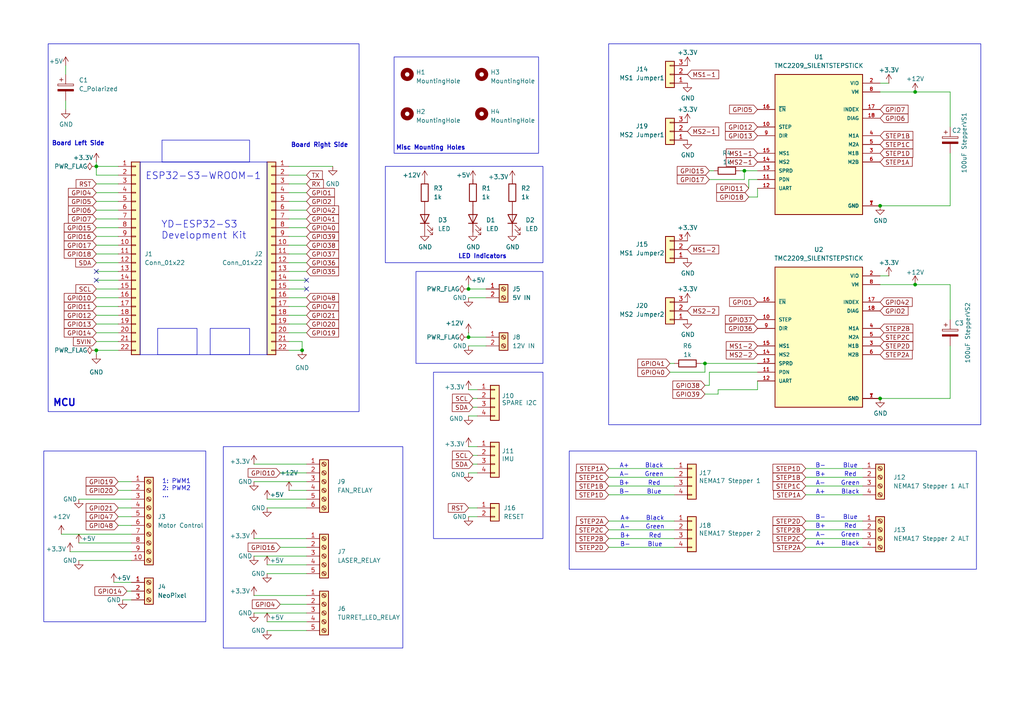
<source format=kicad_sch>
(kicad_sch (version 20250114) (generator "eeschema") (generator_version "9.0")
  (paper "A4")
  (title_block (title "Dark Passenger Turret MCU Schematic") (date "2025-03-28") (rev "1.0") (comment 1 "Email: ranil.ganlath@gmail.com") (comment 2 "Author: Ranil Ganlath"))
  (rectangle (start 111.76 48.26) (end 157.48 76.2))
  (rectangle (start 40.64 46.99) (end 77.47 102.87))
  (rectangle (start 114.3 16.51) (end 156.21 44.45))
  (rectangle (start 46.99 40.64) (end 72.39 46.99))
  (rectangle (start 120.65 78.74) (end 157.48 105.41))
  (rectangle (start 12.7 130.81) (end 59.69 180.34))
  (rectangle (start 64.77 129.54) (end 116.84 187.96))
  (rectangle (start 165.1 130.81) (end 283.21 165.1))
  (rectangle (start 13.97 12.7) (end 104.14 119.38))
  (rectangle (start 60.96 95.25) (end 72.39 102.87))
  (rectangle (start 45.72 95.25) (end 57.15 102.87))
  (rectangle (start 176.53 12.7) (end 284.48 123.19))
  (rectangle (start 125.73 107.95) (end 157.48 156.21))
  (text "B-" (at 237.998 135.128 0) (effects (font (size 1.27 1.27))))
  (text "Red" (at 189.738 140.208 0) (effects (font (size 1.27 1.27))))
  (text "B-" (at 181.102 142.748 0) (effects (font (size 1.27 1.27))))
  (text "A+" (at 237.998 157.734 0) (effects (font (size 1.27 1.27))))
  (text "Blue" (at 246.634 150.114 0) (effects (font (size 1.27 1.27))))
  (text "B-" (at 181.356 157.988 0) (effects (font (size 1.27 1.27))))
  (text "Blue" (at 246.634 135.128 0) (effects (font (size 1.27 1.27))))
  (text "Misc Mounting Holes" (at 114.808 43.688 0) (effects (font (size 1.27 1.27) (thickness 0.254) (bold yes)) (justify left bottom)))
  (text "B-" (at 237.998 150.114 0) (effects (font (size 1.27 1.27))))
  (text "A-" (at 181.356 152.908 0) (effects (font (size 1.27 1.27))))
  (text "ESP32-S3-WROOM-1" (at 42.164 52.324 0) (effects (font (size 2 2)) (justify left bottom)))
  (text "A+" (at 237.998 142.748 0) (effects (font (size 1.27 1.27))))
  (text "B+" (at 237.998 137.668 0) (effects (font (size 1.27 1.27))))
  (text "Black" (at 246.634 157.734 0) (effects (font (size 1.27 1.27))))
  (text "Red" (at 246.634 137.668 0) (effects (font (size 1.27 1.27))))
  (text "Black" (at 189.992 150.368 0) (effects (font (size 1.27 1.27))))
  (text "Board Right Side" (at 84.328 42.926 0) (effects (font (size 1.27 1.27) (thickness 0.254) (bold yes)) (justify left bottom)))
  (text "Black" (at 246.634 142.748 0) (effects (font (size 1.27 1.27))))
  (text "MCU" (at 15.24 118.11 0) (effects (font (size 2 2) (thickness 0.4) (bold yes)) (justify left bottom)))
  (text "A-" (at 181.102 137.668 0) (effects (font (size 1.27 1.27))))
  (text "B+" (at 181.356 155.448 0) (effects (font (size 1.27 1.27))))
  (text "A+" (at 181.102 135.128 0) (effects (font (size 1.27 1.27))))
  (text "B+" (at 181.102 140.208 0) (effects (font (size 1.27 1.27))))
  (text "LED Indicators" (at 132.842 75.184 0) (effects (font (size 1.27 1.27) (thickness 0.254) (bold yes)) (justify left bottom)))
  (text "Black" (at 189.738 135.128 0) (effects (font (size 1.27 1.27))))
  (text "Green" (at 189.738 137.668 0) (effects (font (size 1.27 1.27))))
  (text "Board Left Side" (at 14.986 42.418 0) (effects (font (size 1.27 1.27) (thickness 0.254) (bold yes)) (justify left bottom)))
  (text "Green" (at 246.634 155.194 0) (effects (font (size 1.27 1.27))))
  (text "A-" (at 237.998 140.208 0) (effects (font (size 1.27 1.27))))
  (text "Blue" (at 189.738 142.748 0) (effects (font (size 1.27 1.27))))
  (text "Green" (at 189.992 152.908 0) (effects (font (size 1.27 1.27))))
  (text "A-" (at 237.998 155.194 0) (effects (font (size 1.27 1.27))))
  (text "1: PWM1\n2: PWM2\n..." (at 46.99 144.526 0) (effects (font (size 1.27 1.27)) (justify left bottom)))
  (text "YD-ESP32-S3 \nDevelopment Kit" (at 46.736 69.596 0) (effects (font (size 2 2)) (justify left bottom)))
  (text "B+" (at 237.998 152.654 0) (effects (font (size 1.27 1.27))))
  (text "Red" (at 246.634 152.654 0) (effects (font (size 1.27 1.27))))
  (text "Green" (at 246.634 140.208 0) (effects (font (size 1.27 1.27))))
  (text "A+" (at 181.356 150.368 0) (effects (font (size 1.27 1.27))))
  (text "Blue" (at 189.992 157.988 0) (effects (font (size 1.27 1.27))))
  (text "Red" (at 189.992 155.448 0) (effects (font (size 1.27 1.27))))
  (junction (at 204.47 105.41))
  (junction (at 27.94 48.26))
  (junction (at 255.27 115.57))
  (junction (at 87.63 101.6))
  (junction (at 255.27 59.69))
  (junction (at 135.89 97.79))
  (junction (at 135.89 83.82))
  (junction (at 265.43 82.55))
  (junction (at 27.94 101.6))
  (junction (at 215.9 49.53))
  (junction (at 265.43 26.67))
  (no_connect (at 88.9 83.82))
  (no_connect (at 27.94 81.28))
  (no_connect (at 27.94 78.74))
  (no_connect (at 88.9 81.28))
  (wire (pts (xy 176.53 143.51) (xy 195.58 143.51)))
  (wire (pts (xy 275.59 44.45) (xy 275.59 59.69)))
  (wire (pts (xy 265.43 26.67) (xy 255.27 26.67)))
  (wire (pts (xy 27.94 58.42) (xy 34.29 58.42)))
  (wire (pts (xy 73.66 161.29) (xy 88.9 161.29)))
  (wire (pts (xy 205.74 49.53) (xy 207.01 49.53)))
  (wire (pts (xy 27.94 73.66) (xy 34.29 73.66)))
  (wire (pts (xy 36.83 171.45) (xy 38.1 171.45)))
  (wire (pts (xy 22.86 157.48) (xy 38.1 157.48)))
  (wire (pts (xy 135.89 97.79) (xy 140.97 97.79)))
  (wire (pts (xy 250.19 138.43) (xy 233.68 138.43)))
  (wire (pts (xy 88.9 83.82) (xy 83.82 83.82)))
  (wire (pts (xy 88.9 73.66) (xy 83.82 73.66)))
  (wire (pts (xy 27.94 101.6) (xy 34.29 101.6)))
  (wire (pts (xy 77.47 147.32) (xy 88.9 147.32)))
  (wire (pts (xy 135.89 149.86) (xy 138.43 149.86)))
  (wire (pts (xy 204.47 105.41) (xy 219.71 105.41)))
  (wire (pts (xy 34.29 139.7) (xy 38.1 139.7)))
  (wire (pts (xy 137.16 115.57) (xy 138.43 115.57)))
  (wire (pts (xy 88.9 96.52) (xy 83.82 96.52)))
  (wire (pts (xy 81.28 158.75) (xy 88.9 158.75)))
  (wire (pts (xy 176.53 153.67) (xy 195.58 153.67)))
  (wire (pts (xy 176.53 140.97) (xy 195.58 140.97)))
  (wire (pts (xy 88.9 81.28) (xy 83.82 81.28)))
  (wire (pts (xy 19.05 31.75) (xy 19.05 29.21)))
  (wire (pts (xy 27.94 93.98) (xy 34.29 93.98)))
  (wire (pts (xy 265.43 26.67) (xy 275.59 26.67)))
  (wire (pts (xy 250.19 153.67) (xy 233.68 153.67)))
  (wire (pts (xy 135.89 86.36) (xy 140.97 86.36)))
  (wire (pts (xy 176.53 138.43) (xy 195.58 138.43)))
  (wire (pts (xy 77.47 180.34) (xy 88.9 180.34)))
  (wire (pts (xy 87.63 99.06) (xy 87.63 101.6)))
  (wire (pts (xy 135.89 100.33) (xy 140.97 100.33)))
  (wire (pts (xy 205.74 107.95) (xy 205.74 111.76)))
  (wire (pts (xy 88.9 60.96) (xy 83.82 60.96)))
  (wire (pts (xy 257.81 80.01) (xy 255.27 80.01)))
  (wire (pts (xy 83.82 101.6) (xy 87.63 101.6)))
  (wire (pts (xy 250.19 158.75) (xy 233.68 158.75)))
  (wire (pts (xy 73.66 139.7) (xy 88.9 139.7)))
  (wire (pts (xy 265.43 82.55) (xy 255.27 82.55)))
  (wire (pts (xy 77.47 144.78) (xy 88.9 144.78)))
  (wire (pts (xy 88.9 91.44) (xy 83.82 91.44)))
  (wire (pts (xy 27.94 78.74) (xy 34.29 78.74)))
  (wire (pts (xy 135.89 147.32) (xy 138.43 147.32)))
  (wire (pts (xy 27.94 66.04) (xy 34.29 66.04)))
  (wire (pts (xy 34.29 142.24) (xy 38.1 142.24)))
  (wire (pts (xy 77.47 166.37) (xy 88.9 166.37)))
  (wire (pts (xy 34.29 149.86) (xy 38.1 149.86)))
  (wire (pts (xy 73.66 172.72) (xy 88.9 172.72)))
  (wire (pts (xy 27.94 96.52) (xy 34.29 96.52)))
  (wire (pts (xy 214.63 49.53) (xy 215.9 49.53)))
  (wire (pts (xy 27.94 68.58) (xy 34.29 68.58)))
  (wire (pts (xy 88.9 53.34) (xy 83.82 53.34)))
  (wire (pts (xy 215.9 52.07) (xy 205.74 52.07)))
  (wire (pts (xy 33.02 168.91) (xy 38.1 168.91)))
  (wire (pts (xy 81.28 175.26) (xy 88.9 175.26)))
  (wire (pts (xy 275.59 26.67) (xy 275.59 36.83)))
  (wire (pts (xy 135.89 82.55) (xy 135.89 83.82)))
  (wire (pts (xy 215.9 49.53) (xy 215.9 52.07)))
  (wire (pts (xy 27.94 60.96) (xy 34.29 60.96)))
  (wire (pts (xy 88.9 71.12) (xy 83.82 71.12)))
  (wire (pts (xy 135.89 83.82) (xy 140.97 83.82)))
  (wire (pts (xy 19.05 19.05) (xy 19.05 21.59)))
  (wire (pts (xy 194.31 107.95) (xy 204.47 107.95)))
  (wire (pts (xy 176.53 151.13) (xy 195.58 151.13)))
  (wire (pts (xy 34.29 50.8) (xy 27.94 50.8)))
  (wire (pts (xy 250.19 143.51) (xy 233.68 143.51)))
  (wire (pts (xy 27.94 83.82) (xy 34.29 83.82)))
  (wire (pts (xy 88.9 76.2) (xy 83.82 76.2)))
  (wire (pts (xy 73.66 177.8) (xy 88.9 177.8)))
  (wire (pts (xy 275.59 115.57) (xy 255.27 115.57)))
  (wire (pts (xy 27.94 81.28) (xy 34.29 81.28)))
  (wire (pts (xy 250.19 140.97) (xy 233.68 140.97)))
  (wire (pts (xy 219.71 113.03) (xy 219.71 110.49)))
  (wire (pts (xy 34.29 152.4) (xy 38.1 152.4)))
  (wire (pts (xy 88.9 58.42) (xy 83.82 58.42)))
  (wire (pts (xy 27.94 53.34) (xy 34.29 53.34)))
  (wire (pts (xy 27.94 48.26) (xy 34.29 48.26)))
  (wire (pts (xy 137.16 118.11) (xy 138.43 118.11)))
  (wire (pts (xy 81.28 137.16) (xy 88.9 137.16)))
  (wire (pts (xy 88.9 63.5) (xy 83.82 63.5)))
  (wire (pts (xy 194.31 105.41) (xy 195.58 105.41)))
  (wire (pts (xy 27.94 71.12) (xy 34.29 71.12)))
  (wire (pts (xy 250.19 151.13) (xy 233.68 151.13)))
  (wire (pts (xy 88.9 86.36) (xy 83.82 86.36)))
  (wire (pts (xy 88.9 88.9) (xy 83.82 88.9)))
  (wire (pts (xy 27.94 46.99) (xy 27.94 48.26)))
  (wire (pts (xy 34.29 147.32) (xy 38.1 147.32)))
  (wire (pts (xy 88.9 55.88) (xy 83.82 55.88)))
  (wire (pts (xy 250.19 156.21) (xy 233.68 156.21)))
  (wire (pts (xy 275.59 82.55) (xy 275.59 92.71)))
  (wire (pts (xy 88.9 93.98) (xy 83.82 93.98)))
  (wire (pts (xy 27.94 91.44) (xy 34.29 91.44)))
  (wire (pts (xy 208.28 114.3) (xy 204.47 114.3)))
  (wire (pts (xy 217.17 52.07) (xy 217.17 54.61)))
  (wire (pts (xy 208.28 113.03) (xy 219.71 113.03)))
  (wire (pts (xy 20.32 160.02) (xy 38.1 160.02)))
  (wire (pts (xy 137.16 134.62) (xy 138.43 134.62)))
  (wire (pts (xy 77.47 163.83) (xy 88.9 163.83)))
  (wire (pts (xy 83.82 99.06) (xy 87.63 99.06)))
  (wire (pts (xy 203.2 105.41) (xy 204.47 105.41)))
  (wire (pts (xy 27.94 55.88) (xy 34.29 55.88)))
  (wire (pts (xy 22.86 162.56) (xy 38.1 162.56)))
  (wire (pts (xy 219.71 107.95) (xy 205.74 107.95)))
  (wire (pts (xy 137.16 132.08) (xy 138.43 132.08)))
  (wire (pts (xy 135.89 129.54) (xy 138.43 129.54)))
  (wire (pts (xy 135.89 113.03) (xy 138.43 113.03)))
  (wire (pts (xy 219.71 57.15) (xy 219.71 54.61)))
  (wire (pts (xy 27.94 76.2) (xy 34.29 76.2)))
  (wire (pts (xy 27.94 99.06) (xy 34.29 99.06)))
  (wire (pts (xy 96.52 48.26) (xy 83.82 48.26)))
  (wire (pts (xy 27.94 86.36) (xy 34.29 86.36)))
  (wire (pts (xy 135.89 137.16) (xy 138.43 137.16)))
  (wire (pts (xy 17.78 154.94) (xy 38.1 154.94)))
  (wire (pts (xy 176.53 156.21) (xy 195.58 156.21)))
  (wire (pts (xy 73.66 156.21) (xy 88.9 156.21)))
  (wire (pts (xy 255.27 59.69) (xy 275.59 59.69)))
  (wire (pts (xy 27.94 102.87) (xy 27.94 101.6)))
  (wire (pts (xy 88.9 66.04) (xy 83.82 66.04)))
  (wire (pts (xy 77.47 182.88) (xy 88.9 182.88)))
  (wire (pts (xy 215.9 49.53) (xy 219.71 49.53)))
  (wire (pts (xy 176.53 158.75) (xy 195.58 158.75)))
  (wire (pts (xy 205.74 111.76) (xy 204.47 111.76)))
  (wire (pts (xy 204.47 107.95) (xy 204.47 105.41)))
  (wire (pts (xy 88.9 50.8) (xy 83.82 50.8)))
  (wire (pts (xy 27.94 63.5) (xy 34.29 63.5)))
  (wire (pts (xy 257.81 24.13) (xy 255.27 24.13)))
  (wire (pts (xy 27.94 88.9) (xy 34.29 88.9)))
  (wire (pts (xy 250.19 135.89) (xy 233.68 135.89)))
  (wire (pts (xy 22.86 144.78) (xy 38.1 144.78)))
  (wire (pts (xy 217.17 52.07) (xy 219.71 52.07)))
  (wire (pts (xy 135.89 120.65) (xy 138.43 120.65)))
  (wire (pts (xy 275.59 82.55) (xy 265.43 82.55)))
  (wire (pts (xy 73.66 134.62) (xy 88.9 134.62)))
  (wire (pts (xy 83.82 142.24) (xy 88.9 142.24)))
  (wire (pts (xy 88.9 78.74) (xy 83.82 78.74)))
  (wire (pts (xy 217.17 57.15) (xy 219.71 57.15)))
  (wire (pts (xy 27.94 48.26) (xy 27.94 50.8)))
  (wire (pts (xy 35.56 173.99) (xy 38.1 173.99)))
  (wire (pts (xy 135.89 96.52) (xy 135.89 97.79)))
  (wire (pts (xy 176.53 135.89) (xy 195.58 135.89)))
  (wire (pts (xy 208.28 113.03) (xy 208.28 114.3)))
  (wire (pts (xy 275.59 100.33) (xy 275.59 115.57)))
  (wire (pts (xy 88.9 68.58) (xy 83.82 68.58)))
  (global_label "MS2-1" (shape input) (at 199.39 38.1 0) (property "Intersheetrefs" "${INTERSHEET_REFS}" (effects (hide yes))))
  (global_label "GPIO19" (shape input) (at 88.9 96.52 0) (property "Intersheetrefs" "${INTERSHEET_REFS}" (effects (hide yes))))
  (global_label "STEP2A" (shape input) (at 176.53 151.13 180) (property "Intersheetrefs" "${INTERSHEET_REFS}" (effects (hide yes))))
  (global_label "GPIO7" (shape input) (at 255.27 31.75 0) (property "Intersheetrefs" "${INTERSHEET_REFS}" (effects (hide yes))))
  (global_label "STEP2C" (shape input) (at 255.27 97.79 0) (property "Intersheetrefs" "${INTERSHEET_REFS}" (effects (hide yes))))
  (global_label "GPIO48" (shape input) (at 34.29 152.4 180) (property "Intersheetrefs" "${INTERSHEET_REFS}" (effects (hide yes))))
  (global_label "GPIO39" (shape input) (at 88.9 68.58 0) (property "Intersheetrefs" "${INTERSHEET_REFS}" (effects (hide yes))))
  (global_label "GPIO40" (shape input) (at 194.31 107.95 180) (property "Intersheetrefs" "${INTERSHEET_REFS}" (effects (hide yes))))
  (global_label "STEP1B" (shape input) (at 233.68 138.43 180) (property "Intersheetrefs" "${INTERSHEET_REFS}" (effects (hide yes))))
  (global_label "TX" (shape input) (at 88.9 50.8 0) (property "Intersheetrefs" "${INTERSHEET_REFS}" (effects (hide yes))))
  (global_label "MS1-2" (shape input) (at 219.71 100.33 180) (property "Intersheetrefs" "${INTERSHEET_REFS}" (effects (hide yes))))
  (global_label "GPIO6" (shape input) (at 255.27 34.29 0) (property "Intersheetrefs" "${INTERSHEET_REFS}" (effects (hide yes))))
  (global_label "GPIO16" (shape input) (at 81.28 158.75 180) (property "Intersheetrefs" "${INTERSHEET_REFS}" (effects (hide yes))))
  (global_label "GPIO1" (shape input) (at 219.71 87.63 180) (property "Intersheetrefs" "${INTERSHEET_REFS}" (effects (hide yes))))
  (global_label "GPIO13" (shape input) (at 219.71 39.37 180) (property "Intersheetrefs" "${INTERSHEET_REFS}" (effects (hide yes))))
  (global_label "GPIO42" (shape input) (at 88.9 60.96 0) (property "Intersheetrefs" "${INTERSHEET_REFS}" (effects (hide yes))))
  (global_label "SCL" (shape input) (at 137.16 132.08 180) (property "Intersheetrefs" "${INTERSHEET_REFS}" (effects (hide yes))))
  (global_label "GPIO37" (shape input) (at 88.9 73.66 0) (property "Intersheetrefs" "${INTERSHEET_REFS}" (effects (hide yes))))
  (global_label "GPIO12" (shape input) (at 27.94 91.44 180) (property "Intersheetrefs" "${INTERSHEET_REFS}" (effects (hide yes))))
  (global_label "GPIO40" (shape input) (at 88.9 66.04 0) (property "Intersheetrefs" "${INTERSHEET_REFS}" (effects (hide yes))))
  (global_label "MS2-2" (shape input) (at 199.39 90.17 0) (property "Intersheetrefs" "${INTERSHEET_REFS}" (effects (hide yes))))
  (global_label "RST" (shape input) (at 27.94 53.34 180) (property "Intersheetrefs" "${INTERSHEET_REFS}" (effects (hide yes))))
  (global_label "GPIO48" (shape input) (at 88.9 86.36 0) (property "Intersheetrefs" "${INTERSHEET_REFS}" (effects (hide yes))))
  (global_label "GPIO36" (shape input) (at 88.9 76.2 0) (property "Intersheetrefs" "${INTERSHEET_REFS}" (effects (hide yes))))
  (global_label "GPIO35" (shape input) (at 88.9 78.74 0) (property "Intersheetrefs" "${INTERSHEET_REFS}" (effects (hide yes))))
  (global_label "GPIO15" (shape input) (at 205.74 49.53 180) (property "Intersheetrefs" "${INTERSHEET_REFS}" (effects (hide yes))))
  (global_label "GPIO15" (shape input) (at 27.94 66.04 180) (property "Intersheetrefs" "${INTERSHEET_REFS}" (effects (hide yes))))
  (global_label "GPIO19" (shape input) (at 34.29 139.7 180) (property "Intersheetrefs" "${INTERSHEET_REFS}" (effects (hide yes))))
  (global_label "GPIO37" (shape input) (at 219.71 92.71 180) (property "Intersheetrefs" "${INTERSHEET_REFS}" (effects (hide yes))))
  (global_label "STEP1C" (shape input) (at 255.27 41.91 0) (property "Intersheetrefs" "${INTERSHEET_REFS}" (effects (hide yes))))
  (global_label "RX" (shape input) (at 88.9 53.34 0) (property "Intersheetrefs" "${INTERSHEET_REFS}" (effects (hide yes))))
  (global_label "STEP2D" (shape input) (at 233.68 151.13 180) (property "Intersheetrefs" "${INTERSHEET_REFS}" (effects (hide yes))))
  (global_label "GPIO5" (shape input) (at 219.71 31.75 180) (property "Intersheetrefs" "${INTERSHEET_REFS}" (effects (hide yes))))
  (global_label "GPIO47" (shape input) (at 88.9 88.9 0) (property "Intersheetrefs" "${INTERSHEET_REFS}" (effects (hide yes))))
  (global_label "STEP1A" (shape input) (at 176.53 135.89 180) (property "Intersheetrefs" "${INTERSHEET_REFS}" (effects (hide yes))))
  (global_label "STEP2B" (shape input) (at 176.53 156.21 180) (property "Intersheetrefs" "${INTERSHEET_REFS}" (effects (hide yes))))
  (global_label "GPIO13" (shape input) (at 27.94 93.98 180) (property "Intersheetrefs" "${INTERSHEET_REFS}" (effects (hide yes))))
  (global_label "STEP2C" (shape input) (at 233.68 156.21 180) (property "Intersheetrefs" "${INTERSHEET_REFS}" (effects (hide yes))))
  (global_label "MS1-1" (shape input) (at 219.71 44.45 180) (property "Intersheetrefs" "${INTERSHEET_REFS}" (effects (hide yes))))
  (global_label "SDA" (shape input) (at 137.16 134.62 180) (property "Intersheetrefs" "${INTERSHEET_REFS}" (effects (hide yes))))
  (global_label "STEP1C" (shape input) (at 176.53 138.43 180) (property "Intersheetrefs" "${INTERSHEET_REFS}" (effects (hide yes))))
  (global_label "GPIO20" (shape input) (at 34.29 142.24 180) (property "Intersheetrefs" "${INTERSHEET_REFS}" (effects (hide yes))))
  (global_label "GPIO21" (shape input) (at 88.9 91.44 0) (property "Intersheetrefs" "${INTERSHEET_REFS}" (effects (hide yes))))
  (global_label "GPIO11" (shape input) (at 27.94 88.9 180) (property "Intersheetrefs" "${INTERSHEET_REFS}" (effects (hide yes))))
  (global_label "GPIO36" (shape input) (at 219.71 95.25 180) (property "Intersheetrefs" "${INTERSHEET_REFS}" (effects (hide yes))))
  (global_label "GPIO2" (shape input) (at 255.27 90.17 0) (property "Intersheetrefs" "${INTERSHEET_REFS}" (effects (hide yes))))
  (global_label "GPIO4" (shape input) (at 81.28 175.26 180) (property "Intersheetrefs" "${INTERSHEET_REFS}" (effects (hide yes))))
  (global_label "SCL" (shape input) (at 27.94 83.82 180) (property "Intersheetrefs" "${INTERSHEET_REFS}" (effects (hide yes))))
  (global_label "MS1-1" (shape input) (at 199.39 21.59 0) (property "Intersheetrefs" "${INTERSHEET_REFS}" (effects (hide yes))))
  (global_label "GPIO20" (shape input) (at 88.9 93.98 0) (property "Intersheetrefs" "${INTERSHEET_REFS}" (effects (hide yes))))
  (global_label "GPIO16" (shape input) (at 27.94 68.58 180) (property "Intersheetrefs" "${INTERSHEET_REFS}" (effects (hide yes))))
  (global_label "STEP2C" (shape input) (at 176.53 153.67 180) (property "Intersheetrefs" "${INTERSHEET_REFS}" (effects (hide yes))))
  (global_label "STEP2D" (shape input) (at 176.53 158.75 180) (property "Intersheetrefs" "${INTERSHEET_REFS}" (effects (hide yes))))
  (global_label "STEP1D" (shape input) (at 255.27 44.45 0) (property "Intersheetrefs" "${INTERSHEET_REFS}" (effects (hide yes))))
  (global_label "GPIO10" (shape input) (at 81.28 137.16 180) (property "Intersheetrefs" "${INTERSHEET_REFS}" (effects (hide yes))))
  (global_label "GPIO4" (shape input) (at 27.94 55.88 180) (property "Intersheetrefs" "${INTERSHEET_REFS}" (effects (hide yes))))
  (global_label "GPIO21" (shape input) (at 34.29 147.32 180) (property "Intersheetrefs" "${INTERSHEET_REFS}" (effects (hide yes))))
  (global_label "RST" (shape input) (at 135.89 147.32 180) (property "Intersheetrefs" "${INTERSHEET_REFS}" (effects (hide yes))))
  (global_label "STEP1C" (shape input) (at 233.68 140.97 180) (property "Intersheetrefs" "${INTERSHEET_REFS}" (effects (hide yes))))
  (global_label "STEP1D" (shape input) (at 176.53 143.51 180) (property "Intersheetrefs" "${INTERSHEET_REFS}" (effects (hide yes))))
  (global_label "GPIO47" (shape input) (at 34.29 149.86 180) (property "Intersheetrefs" "${INTERSHEET_REFS}" (effects (hide yes))))
  (global_label "STEP2B" (shape input) (at 233.68 153.67 180) (property "Intersheetrefs" "${INTERSHEET_REFS}" (effects (hide yes))))
  (global_label "GPIO17" (shape input) (at 205.74 52.07 180) (property "Intersheetrefs" "${INTERSHEET_REFS}" (effects (hide yes))))
  (global_label "GPIO10" (shape input) (at 27.94 86.36 180) (property "Intersheetrefs" "${INTERSHEET_REFS}" (effects (hide yes))))
  (global_label "GPIO41" (shape input) (at 194.31 105.41 180) (property "Intersheetrefs" "${INTERSHEET_REFS}" (effects (hide yes))))
  (global_label "GPIO12" (shape input) (at 219.71 36.83 180) (property "Intersheetrefs" "${INTERSHEET_REFS}" (effects (hide yes))))
  (global_label "MS2-1" (shape input) (at 219.71 46.99 180) (property "Intersheetrefs" "${INTERSHEET_REFS}" (effects (hide yes))))
  (global_label "GPIO5" (shape input) (at 27.94 58.42 180) (property "Intersheetrefs" "${INTERSHEET_REFS}" (effects (hide yes))))
  (global_label "5VIN" (shape input) (at 27.94 99.06 180) (property "Intersheetrefs" "${INTERSHEET_REFS}" (effects (hide yes))))
  (global_label "GPIO18" (shape input) (at 217.17 57.15 180) (property "Intersheetrefs" "${INTERSHEET_REFS}" (effects (hide yes))))
  (global_label "SCL" (shape input) (at 137.16 115.57 180) (property "Intersheetrefs" "${INTERSHEET_REFS}" (effects (hide yes))))
  (global_label "GPIO14" (shape input) (at 36.83 171.45 180) (property "Intersheetrefs" "${INTERSHEET_REFS}" (effects (hide yes))))
  (global_label "GPIO18" (shape input) (at 27.94 73.66 180) (property "Intersheetrefs" "${INTERSHEET_REFS}" (effects (hide yes))))
  (global_label "GPIO11" (shape input) (at 217.17 54.61 180) (property "Intersheetrefs" "${INTERSHEET_REFS}" (effects (hide yes))))
  (global_label "GPIO38" (shape input) (at 204.47 111.76 180) (property "Intersheetrefs" "${INTERSHEET_REFS}" (effects (hide yes))))
  (global_label "GPIO6" (shape input) (at 27.94 60.96 180) (property "Intersheetrefs" "${INTERSHEET_REFS}" (effects (hide yes))))
  (global_label "GPIO38" (shape input) (at 88.9 71.12 0) (property "Intersheetrefs" "${INTERSHEET_REFS}" (effects (hide yes))))
  (global_label "STEP2A" (shape input) (at 233.68 158.75 180) (property "Intersheetrefs" "${INTERSHEET_REFS}" (effects (hide yes))))
  (global_label "GPIO42" (shape input) (at 255.27 87.63 0) (property "Intersheetrefs" "${INTERSHEET_REFS}" (effects (hide yes))))
  (global_label "STEP1D" (shape input) (at 233.68 135.89 180) (property "Intersheetrefs" "${INTERSHEET_REFS}" (effects (hide yes))))
  (global_label "STEP1B" (shape input) (at 176.53 140.97 180) (property "Intersheetrefs" "${INTERSHEET_REFS}" (effects (hide yes))))
  (global_label "GPIO1" (shape input) (at 88.9 55.88 0) (property "Intersheetrefs" "${INTERSHEET_REFS}" (effects (hide yes))))
  (global_label "SDA" (shape input) (at 27.94 76.2 180) (property "Intersheetrefs" "${INTERSHEET_REFS}" (effects (hide yes))))
  (global_label "STEP2B" (shape input) (at 255.27 95.25 0) (property "Intersheetrefs" "${INTERSHEET_REFS}" (effects (hide yes))))
  (global_label "STEP1B" (shape input) (at 255.27 39.37 0) (property "Intersheetrefs" "${INTERSHEET_REFS}" (effects (hide yes))))
  (global_label "STEP2D" (shape input) (at 255.27 100.33 0) (property "Intersheetrefs" "${INTERSHEET_REFS}" (effects (hide yes))))
  (global_label "STEP2A" (shape input) (at 255.27 102.87 0) (property "Intersheetrefs" "${INTERSHEET_REFS}" (effects (hide yes))))
  (global_label "MS1-2" (shape input) (at 199.39 72.39 0) (property "Intersheetrefs" "${INTERSHEET_REFS}" (effects (hide yes))))
  (global_label "GPIO41" (shape input) (at 88.9 63.5 0) (property "Intersheetrefs" "${INTERSHEET_REFS}" (effects (hide yes))))
  (global_label "GPIO2" (shape input) (at 88.9 58.42 0) (property "Intersheetrefs" "${INTERSHEET_REFS}" (effects (hide yes))))
  (global_label "GPIO17" (shape input) (at 27.94 71.12 180) (property "Intersheetrefs" "${INTERSHEET_REFS}" (effects (hide yes))))
  (global_label "GPIO39" (shape input) (at 204.47 114.3 180) (property "Intersheetrefs" "${INTERSHEET_REFS}" (effects (hide yes))))
  (global_label "GPIO14" (shape input) (at 27.94 96.52 180) (property "Intersheetrefs" "${INTERSHEET_REFS}" (effects (hide yes))))
  (global_label "STEP1A" (shape input) (at 255.27 46.99 0) (property "Intersheetrefs" "${INTERSHEET_REFS}" (effects (hide yes))))
  (global_label "STEP1A" (shape input) (at 233.68 143.51 180) (property "Intersheetrefs" "${INTERSHEET_REFS}" (effects (hide yes))))
  (global_label "SDA" (shape input) (at 137.16 118.11 180) (property "Intersheetrefs" "${INTERSHEET_REFS}" (effects (hide yes))))
  (global_label "MS2-2" (shape input) (at 219.71 102.87 180) (property "Intersheetrefs" "${INTERSHEET_REFS}" (effects (hide yes))))
  (global_label "GPIO7" (shape input) (at 27.94 63.5 180) (property "Intersheetrefs" "${INTERSHEET_REFS}" (effects (hide yes))))
  (symbol (lib_id "power:GND") (at 137.16 67.31 0) (unit 1)
    (property "Reference" "#PWR026" (effects (hide yes)))
    (property "Value" "GND" (at 137.2743 71.6344 0))
  )
  (symbol (lib_id "power:GND") (at 199.39 92.71 0) (unit 1)
    (property "Reference" "#PWR056" (effects (hide yes)))
    (property "Value" "GND" (at 199.5043 97.0344 0))
  )
  (symbol (lib_id "power:GND") (at 135.89 137.16 0) (unit 1)
    (property "Reference" "#PWR023" (effects (hide yes)))
    (property "Value" "GND" (at 132.842 137.668 0))
  )
  (symbol (lib_id "Device:R") (at 137.16 55.88 0) (unit 1)
    (property "Reference" "R1" (at 139.7 54.6099 0) (effects (justify left)))
    (property "Value" "1k" (at 139.7 57.1499 0) (effects (justify left)))
    (property "Footprint" "Resistor_SMD:R_1206_3216Metric_Pad1.30x1.75mm_HandSolder" (effects (hide yes)))
  )
  (symbol (lib_name "GND_1") (lib_id "power:GND") (at 96.52 48.26 0) (unit 1)
    (property "Reference" "#PWR04" (effects (hide yes)))
    (property "Value" "GND" (at 96.52 53.34 0))
    (property "Description" "Power symbol creates a global label with name \"GND\" , ground" (effects (hide yes)))
  )
  (symbol (lib_id "Device:R") (at 210.82 49.53 90) (unit 1)
    (property "Reference" "R4" (at 210.82 44.45 90))
    (property "Value" "1k" (at 210.82 46.99 90))
    (property "Footprint" "Resistor_SMD:R_1206_3216Metric_Pad1.30x1.75mm_HandSolder" (effects (hide yes)))
    (property "Description" "Resistor" (effects (hide yes)))
  )
  (symbol (lib_id "Device:R") (at 148.59 55.88 0) (unit 1)
    (property "Reference" "R2" (at 151.13 54.6099 0) (effects (justify left)))
    (property "Value" "1k" (at 151.13 57.1499 0) (effects (justify left)))
    (property "Footprint" "Resistor_SMD:R_1206_3216Metric_Pad1.30x1.75mm_HandSolder" (effects (hide yes)))
  )
  (symbol (lib_id "power:PWR_FLAG") (at 27.94 101.6 90) (unit 1)
    (property "Reference" "#FLG03" (effects (hide yes)))
    (property "Value" "PWR_FLAG" (at 25.4 101.6 90) (effects (justify left)))
  )
  (symbol (lib_id "Connector_Generic:Conn_01x04") (at 143.51 115.57 0) (unit 1)
    (property "Reference" "J10" (at 145.542 114.808 0) (effects (justify left)))
    (property "Value" "SPARE I2C" (at 145.542 116.84 0) (effects (justify left)))
    (property "Footprint" "Connector_PinSocket_2.54mm:PinSocket_1x04_P2.54mm_Vertical" (effects (hide yes)))
  )
  (symbol (lib_id "power:+3.3V") (at 27.94 46.99 0) (unit 1)
    (property "Reference" "#PWR01" (effects (hide yes)))
    (property "Value" "+3.3V" (at 24.13 45.72 0))
    (property "Description" "Power symbol creates a global label with name \"+3.3V\"" (effects (hide yes)))
  )
  (symbol (lib_id "power:+5V") (at 77.47 144.78 0) (unit 1)
    (property "Reference" "#PWR032" (effects (hide yes)))
    (property "Value" "+5V" (at 78.232 143.51 0) (effects (justify left)))
  )
  (symbol (lib_id "power:GND") (at 77.47 147.32 0) (unit 1)
    (property "Reference" "#PWR035" (effects (hide yes)))
    (property "Value" "GND" (at 74.93 147.32 0))
  )
  (symbol (lib_id "Device:C_Polarized") (at 19.05 25.4 0) (unit 1)
    (property "Reference" "C1" (at 22.86 23.2409 0) (effects (justify left)))
    (property "Value" "C_Polarized" (at 22.86 25.7809 0) (effects (justify left)))
    (property "Footprint" "GanlathLib:CP_Radial_D10.0mm_P5.00mm" (effects (hide yes)))
    (property "Description" "Polarized capacitor" (effects (hide yes)))
  )
  (symbol (lib_id "power:+12V") (at 265.43 82.55 0) (unit 1)
    (property "Reference" "#PWR030" (effects (hide yes)))
    (property "Value" "+12V" (at 265.43 78.994 0))
    (property "Description" "Power symbol creates a global label with name \"+12V\"" (effects (hide yes)))
  )
  (symbol (lib_id "power:+3.3V") (at 135.89 113.03 0) (unit 1)
    (property "Reference" "#PWR020" (effects (hide yes)))
    (property "Value" "+3.3V" (at 131.826 112.268 0))
    (property "Description" "Power symbol creates a global label with name \"+3.3V\"" (effects (hide yes)))
  )
  (symbol (lib_id "power:+12V") (at 135.89 96.52 0) (unit 1)
    (property "Reference" "#PWR015" (effects (hide yes)))
    (property "Value" "+12V" (at 131.826 93.726 0))
    (property "Description" "Power symbol creates a global label with name \"+12V\"" (effects (hide yes)))
  )
  (symbol (lib_id "Connector:Screw_Terminal_01x05") (at 93.98 177.8 0) (unit 1)
    (property "Reference" "J6" (at 97.885 176.5299 0) (effects (justify left)))
    (property "Value" "TURRET_LED_RELAY" (at 97.885 179.0699 0) (effects (justify left)))
    (property "Footprint" "TerminalBlock_Phoenix:TerminalBlock_Phoenix_MPT-0,5-5-2.54_1x05_P2.54mm_Horizontal" (effects (hide yes)))
    (property "Description" "Generic screw terminal, single row, 01x05, script generated (kicad-library-utils/schlib/autogen/connector/)" (effects (hide yes)))
  )
  (symbol (lib_id "Device:C_Polarized") (at 275.59 96.52 0) (unit 1)
    (property "Reference" "C3" (at 276.86 93.726 0) (effects (justify left)))
    (property "Value" "100uF StepperVS2" (at 280.67 105.41 90) (effects (justify left)))
    (property "Footprint" "Capacitor_THT:CP_Radial_D8.0mm_P5.00mm" (effects (hide yes)))
    (property "Description" "Polarized capacitor" (effects (hide yes)))
  )
  (symbol (lib_id "Connector_Generic:Conn_01x04") (at 143.51 132.08 0) (unit 1)
    (property "Reference" "J11" (at 145.542 130.81 0) (effects (justify left)))
    (property "Value" "IMU" (at 145.542 133.096 0) (effects (justify left)))
    (property "Footprint" "Connector_PinSocket_2.54mm:PinSocket_1x04_P2.54mm_Vertical" (effects (hide yes)))
  )
  (symbol (lib_id "power:GND") (at 199.39 74.93 0) (unit 1)
    (property "Reference" "#PWR052" (effects (hide yes)))
    (property "Value" "GND" (at 199.5043 79.2544 0))
  )
  (symbol (lib_id "GanlathLib:TMC2209_SILENTSTEPSTICK") (at 237.49 97.79 0) (unit 1)
    (property "Reference" "U2" (at 237.49 72.39 0))
    (property "Value" "TMC2209_SILENTSTEPSTICK" (at 237.49 74.93 0))
    (property "Footprint" "GanlathLib:MODULE_TMC2209_SILENTSTEPSTICK" (effects (hide yes)))
    (property "MF" "Trinamic Motion Control GmbH" (effects (hide yes)))
    (property "Description_1" "TMC2209 Motor Controller/Driver Power Management Evaluation Board" (effects (hide yes)))
    (property "Package" "None" (effects (hide yes)))
    (property "Price" "None" (effects (hide yes)))
    (property "STANDARD" "Manufacturer Recommendations" (effects (hide yes)))
    (property "PARTREV" "1.20" (effects (hide yes)))
    (property "MP" "TMC2209 SILENTSTEPSTICK" (effects (hide yes)))
    (property "MANUFACTURER" "Trinamic Motion Control GmbH" (effects (hide yes)))
    (property "Availability" "Not in stock" (effects (hide yes)))
    (property "SNAPEDA_PN" "TMC2209 SILENTSTEPSTICK" (effects (hide yes)))
  )
  (symbol (lib_id "power:PWR_FLAG") (at 135.89 83.82 90) (unit 1)
    (property "Reference" "#FLG02" (effects (hide yes)))
    (property "Value" "PWR_FLAG" (at 133.35 83.82 90) (effects (justify left)))
  )
  (symbol (lib_id "power:+5V") (at 77.47 180.34 0) (unit 1)
    (property "Reference" "#PWR09" (effects (hide yes)))
    (property "Value" "+5V" (at 78.232 179.07 0) (effects (justify left)))
  )
  (symbol (lib_id "Connector_Generic:Conn_01x02") (at 143.51 147.32 0) (unit 1)
    (property "Reference" "J16" (at 146.05 147.3199 0) (effects (justify left)))
    (property "Value" "RESET" (at 146.05 149.8599 0) (effects (justify left)))
    (property "Footprint" "Connector_PinSocket_2.54mm:PinSocket_1x02_P2.54mm_Vertical" (effects (hide yes)))
    (property "Description" "Generic connector, single row, 01x02, script generated (kicad-library-utils/schlib/autogen/connector/)" (effects (hide yes)))
  )
  (symbol (lib_id "power:GND") (at 199.39 24.13 0) (unit 1)
    (property "Reference" "#PWR047" (effects (hide yes)))
    (property "Value" "GND" (at 199.5043 28.4544 0))
  )
  (symbol (lib_id "power:+3.3V") (at 199.39 69.85 0) (unit 1)
    (property "Reference" "#PWR051" (effects (hide yes)))
    (property "Value" "+3.3V" (at 199.39 66.04 0))
    (property "Description" "Power symbol creates a global label with name \"+3.3V\"" (effects (hide yes)))
  )
  (symbol (lib_id "power:+12V") (at 123.19 52.07 0) (unit 1)
    (property "Reference" "#PWR024" (effects (hide yes)))
    (property "Value" "+12V" (at 119.38 50.8 0))
    (property "Description" "Power symbol creates a global label with name \"+12V\"" (effects (hide yes)))
  )
  (symbol (lib_id "power:+5V") (at 33.02 168.91 0) (unit 1)
    (property "Reference" "#PWR016" (effects (hide yes)))
    (property "Value" "+5V" (at 33.782 167.64 0) (effects (justify left)))
  )
  (symbol (lib_id "power:+3.3V") (at 20.32 160.02 0) (unit 1)
    (property "Reference" "#PWR038" (effects (hide yes)))
    (property "Value" "+3.3V" (at 16.256 159.258 0))
    (property "Description" "Power symbol creates a global label with name \"+3.3V\"" (effects (hide yes)))
  )
  (symbol (lib_id "power:GND") (at 148.59 67.31 0) (unit 1)
    (property "Reference" "#PWR028" (effects (hide yes)))
    (property "Value" "GND" (at 148.7043 71.6344 0))
  )
  (symbol (lib_id "Connector:Screw_Terminal_01x02") (at 146.05 97.79 0) (unit 1)
    (property "Reference" "J8" (at 148.59 97.7899 0) (effects (justify left)))
    (property "Value" "12V IN" (at 148.59 100.3299 0) (effects (justify left)))
    (property "Footprint" "TerminalBlock_Phoenix:TerminalBlock_Phoenix_MKDS-1,5-2_1x02_P5.00mm_Horizontal" (effects (hide yes)))
  )
  (symbol (lib_id "Mechanical:MountingHole") (at 118.11 33.02 0) (unit 1)
    (property "Reference" "H2" (at 120.65 32.385 0) (effects (justify left)))
    (property "Value" "MountingHole" (at 120.65 34.925 0) (effects (justify left)))
    (property "Footprint" "MountingHole:MountingHole_3mm" (effects (hide yes)))
  )
  (symbol (lib_id "Mechanical:MountingHole") (at 118.11 21.59 0) (unit 1)
    (property "Reference" "H1" (at 120.65 20.955 0) (effects (justify left)))
    (property "Value" "MountingHole" (at 120.65 23.495 0) (effects (justify left)))
    (property "Footprint" "MountingHole:MountingHole_3mm" (effects (hide yes)))
  )
  (symbol (lib_id "Connector_Generic:Conn_01x03") (at 194.31 38.1 180) (unit 1)
    (property "Reference" "J19" (at 186.182 36.576 0))
    (property "Value" "MS2 Jumper1" (at 186.182 39.116 0))
    (property "Footprint" "Connector_PinHeader_2.54mm:PinHeader_1x03_P2.54mm_Vertical" (effects (hide yes)))
    (property "Description" "Generic connector, single row, 01x03, script generated (kicad-library-utils/schlib/autogen/connector/)" (effects (hide yes)))
  )
  (symbol (lib_name "GND_1") (lib_id "power:GND") (at 87.63 101.6 0) (unit 1)
    (property "Reference" "#PWR03" (effects (hide yes)))
    (property "Value" "GND" (at 87.63 106.68 0))
    (property "Description" "Power symbol creates a global label with name \"GND\" , ground" (effects (hide yes)))
  )
  (symbol (lib_id "Connector:Screw_Terminal_01x10") (at 43.18 149.86 0) (unit 1)
    (property "Reference" "J3" (at 45.72 149.8599 0) (effects (justify left)))
    (property "Value" "Motor Control" (at 45.72 152.3999 0) (effects (justify left)))
    (property "Footprint" "TerminalBlock_Phoenix:TerminalBlock_Phoenix_MPT-0,5-10-2.54_1x10_P2.54mm_Horizontal" (effects (hide yes)))
    (property "Description" "Generic screw terminal, single row, 01x10, script generated (kicad-library-utils/schlib/autogen/connector/)" (effects (hide yes)))
  )
  (symbol (lib_id "Connector:Screw_Terminal_01x04") (at 255.27 138.43 0) (unit 1)
    (property "Reference" "J12" (at 259.08 138.4299 0) (effects (justify left)))
    (property "Value" "NEMA17 Stepper 1 ALT" (at 259.08 140.9699 0) (effects (justify left)))
    (property "Footprint" "TerminalBlock_Phoenix:TerminalBlock_Phoenix_MPT-0,5-4-2.54_1x04_P2.54mm_Horizontal" (effects (hide yes)))
    (property "Description" "Generic screw terminal, single row, 01x04, script generated (kicad-library-utils/schlib/autogen/connector/)" (effects (hide yes)))
  )
  (symbol (lib_name "LED_1") (lib_id "Device:LED") (at 148.59 63.5 90) (unit 1)
    (property "Reference" "D2" (at 152.4 63.8174 90) (effects (justify right)))
    (property "Value" "LED" (at 152.4 66.3574 90) (effects (justify right)))
    (property "Footprint" "LED_SMD:LED_1206_3216Metric_Pad1.42x1.75mm_HandSolder" (effects (hide yes)))
    (property "Description" "Light emitting diode" (effects (hide yes)))
    (property "Sim.Pins" "1=K 2=A" (effects (hide yes)))
  )
  (symbol (lib_id "Device:C_Polarized") (at 275.59 40.64 0) (unit 1)
    (property "Reference" "C2" (at 276.098 37.846 0) (effects (justify left)))
    (property "Value" "100uF StepperVS1" (at 279.654 50.292 90) (effects (justify left)))
    (property "Footprint" "Capacitor_THT:CP_Radial_D8.0mm_P5.00mm" (effects (hide yes)))
    (property "Description" "Polarized capacitor" (effects (hide yes)))
  )
  (symbol (lib_id "power:+12V") (at 83.82 142.24 0) (unit 1)
    (property "Reference" "#PWR036" (effects (hide yes)))
    (property "Value" "+12V" (at 83.82 137.16 0))
    (property "Description" "Power symbol creates a global label with name \"+12V\"" (effects (hide yes)))
  )
  (symbol (lib_id "power:GND") (at 73.66 139.7 0) (unit 1)
    (property "Reference" "#PWR029" (effects (hide yes)))
    (property "Value" "GND" (at 71.12 139.7 0))
  )
  (symbol (lib_id "Device:R") (at 123.19 55.88 0) (unit 1)
    (property "Reference" "R3" (at 125.73 54.6099 0) (effects (justify left)))
    (property "Value" "1k" (at 125.73 57.1499 0) (effects (justify left)))
    (property "Footprint" "Resistor_SMD:R_1206_3216Metric_Pad1.30x1.75mm_HandSolder" (effects (hide yes)))
  )
  (symbol (lib_id "power:+5V") (at 137.16 52.07 0) (mirror y) (unit 1)
    (property "Reference" "#PWR025" (effects (hide yes)))
    (property "Value" "+5V" (at 136.398 50.8 0) (effects (justify left)))
  )
  (symbol (lib_id "power:GND") (at 135.89 86.36 0) (unit 1)
    (property "Reference" "#PWR014" (effects (hide yes)))
    (property "Value" "GND" (at 133.35 86.36 0))
  )
  (symbol (lib_id "power:PWR_FLAG") (at 135.89 97.79 90) (unit 1)
    (property "Reference" "#FLG04" (effects (hide yes)))
    (property "Value" "PWR_FLAG" (at 133.35 97.79 90) (effects (justify left)))
  )
  (symbol (lib_id "power:+3.3V") (at 148.59 52.07 0) (unit 1)
    (property "Reference" "#PWR041" (effects (hide yes)))
    (property "Value" "+3.3V" (at 144.526 51.308 0))
    (property "Description" "Power symbol creates a global label with name \"+3.3V\"" (effects (hide yes)))
  )
  (symbol (lib_id "power:GND") (at 19.05 31.75 0) (unit 1)
    (property "Reference" "#PWR039" (effects (hide yes)))
    (property "Value" "GND" (at 19.1643 36.0744 0))
  )
  (symbol (lib_id "power:GND") (at 123.19 67.31 0) (unit 1)
    (property "Reference" "#PWR034" (effects (hide yes)))
    (property "Value" "GND" (at 123.3043 71.6344 0))
  )
  (symbol (lib_id "Connector_Generic:Conn_01x22") (at 78.74 73.66 0) (mirror y) (unit 1)
    (property "Reference" "J2" (at 76.2 73.6599 0) (effects (justify left)))
    (property "Value" "Conn_01x22" (at 76.2 76.1999 0) (effects (justify left)))
    (property "Footprint" "Connector_PinSocket_2.54mm:PinSocket_1x22_P2.54mm_Vertical" (effects (hide yes)))
    (property "Description" "Generic connector, single row, 01x22, script generated (kicad-library-utils/schlib/autogen/connector/)" (effects (hide yes)))
  )
  (symbol (lib_id "power:GND") (at 135.89 100.33 0) (unit 1)
    (property "Reference" "#PWR018" (effects (hide yes)))
    (property "Value" "GND" (at 133.35 100.33 0))
  )
  (symbol (lib_id "power:+3.3V") (at 257.81 24.13 0) (unit 1)
    (property "Reference" "#PWR048" (effects (hide yes)))
    (property "Value" "+3.3V" (at 257.81 20.32 0))
    (property "Description" "Power symbol creates a global label with name \"+3.3V\"" (effects (hide yes)))
  )
  (symbol (lib_id "Device:R") (at 199.39 105.41 90) (unit 1)
    (property "Reference" "R6" (at 199.39 100.33 90))
    (property "Value" "1k" (at 199.39 102.87 90))
    (property "Footprint" "Resistor_SMD:R_1206_3216Metric_Pad1.30x1.75mm_HandSolder" (effects (hide yes)))
    (property "Description" "Resistor" (effects (hide yes)))
  )
  (symbol (lib_id "power:PWR_FLAG") (at 27.94 48.26 90) (unit 1)
    (property "Reference" "#FLG01" (effects (hide yes)))
    (property "Value" "PWR_FLAG" (at 25.4 48.26 90) (effects (justify left)))
  )
  (symbol (lib_id "Connector_Generic:Conn_01x04") (at 200.66 138.43 0) (unit 1)
    (property "Reference" "J17" (at 202.692 137.16 0) (effects (justify left)))
    (property "Value" "NEMA17 Stepper 1" (at 202.692 139.446 0) (effects (justify left)))
    (property "Footprint" "Connector_PinSocket_2.54mm:PinSocket_1x04_P2.54mm_Vertical" (effects (hide yes)))
  )
  (symbol (lib_id "power:GND") (at 135.89 120.65 0) (unit 1)
    (property "Reference" "#PWR021" (effects (hide yes)))
    (property "Value" "GND" (at 132.334 121.412 0))
  )
  (symbol (lib_id "power:GND") (at 77.47 182.88 0) (unit 1)
    (property "Reference" "#PWR010" (effects (hide yes)))
    (property "Value" "GND" (at 74.93 182.88 0))
  )
  (symbol (lib_id "Connector:Screw_Terminal_01x05") (at 93.98 161.29 0) (unit 1)
    (property "Reference" "J7" (at 97.885 160.0199 0) (effects (justify left)))
    (property "Value" "LASER_RELAY" (at 97.885 162.5599 0) (effects (justify left)))
    (property "Footprint" "TerminalBlock_Phoenix:TerminalBlock_Phoenix_MPT-0,5-5-2.54_1x05_P2.54mm_Horizontal" (effects (hide yes)))
    (property "Description" "Generic screw terminal, single row, 01x05, script generated (kicad-library-utils/schlib/autogen/connector/)" (effects (hide yes)))
  )
  (symbol (lib_id "power:GND") (at 35.56 173.99 0) (unit 1)
    (property "Reference" "#PWR017" (effects (hide yes)))
    (property "Value" "GND" (at 33.02 173.99 0))
  )
  (symbol (lib_id "power:GND") (at 73.66 177.8 0) (unit 1)
    (property "Reference" "#PWR06" (effects (hide yes)))
    (property "Value" "GND" (at 71.12 177.8 0))
  )
  (symbol (lib_id "power:+12V") (at 17.78 154.94 0) (unit 1)
    (property "Reference" "#PWR019" (effects (hide yes)))
    (property "Value" "+12V" (at 17.78 149.86 0))
    (property "Description" "Power symbol creates a global label with name \"+12V\"" (effects (hide yes)))
  )
  (symbol (lib_id "power:+5V") (at 22.86 157.48 0) (unit 1)
    (property "Reference" "#PWR037" (effects (hide yes)))
    (property "Value" "+5V" (at 23.622 156.21 0) (effects (justify left)))
  )
  (symbol (lib_id "power:+3.3V") (at 135.89 129.54 0) (unit 1)
    (property "Reference" "#PWR022" (effects (hide yes)))
    (property "Value" "+3.3V" (at 131.826 128.778 0))
    (property "Description" "Power symbol creates a global label with name \"+3.3V\"" (effects (hide yes)))
  )
  (symbol (lib_id "power:+3.3V") (at 199.39 19.05 0) (unit 1)
    (property "Reference" "#PWR050" (effects (hide yes)))
    (property "Value" "+3.3V" (at 199.39 15.24 0))
    (property "Description" "Power symbol creates a global label with name \"+3.3V\"" (effects (hide yes)))
  )
  (symbol (lib_id "Connector_Generic:Conn_01x03") (at 194.31 72.39 180) (unit 1)
    (property "Reference" "J15" (at 186.182 70.866 0))
    (property "Value" "MS1 Jumper2" (at 186.182 73.406 0))
    (property "Footprint" "Connector_PinHeader_2.54mm:PinHeader_1x03_P2.54mm_Vertical" (effects (hide yes)))
    (property "Description" "Generic connector, single row, 01x03, script generated (kicad-library-utils/schlib/autogen/connector/)" (effects (hide yes)))
  )
  (symbol (lib_id "power:+3.3V") (at 73.66 134.62 0) (unit 1)
    (property "Reference" "#PWR027" (effects (hide yes)))
    (property "Value" "+3.3V" (at 69.596 133.858 0))
    (property "Description" "Power symbol creates a global label with name \"+3.3V\"" (effects (hide yes)))
  )
  (symbol (lib_id "power:+5V") (at 77.47 163.83 0) (unit 1)
    (property "Reference" "#PWR011" (effects (hide yes)))
    (property "Value" "+5V" (at 78.232 162.56 0) (effects (justify left)))
  )
  (symbol (lib_name "GND_1") (lib_id "power:GND") (at 27.94 102.87 0) (unit 1)
    (property "Reference" "#PWR02" (effects (hide yes)))
    (property "Value" "GND" (at 27.94 107.95 0))
    (property "Description" "Power symbol creates a global label with name \"GND\" , ground" (effects (hide yes)))
  )
  (symbol (lib_id "Connector_Generic:Conn_01x04") (at 200.66 153.67 0) (unit 1)
    (property "Reference" "J18" (at 202.692 152.4 0) (effects (justify left)))
    (property "Value" "NEMA17 Stepper 2" (at 202.692 154.686 0) (effects (justify left)))
    (property "Footprint" "Connector_PinSocket_2.54mm:PinSocket_1x04_P2.54mm_Vertical" (effects (hide yes)))
  )
  (symbol (lib_id "power:+3.3V") (at 257.81 80.01 0) (unit 1)
    (property "Reference" "#PWR049" (effects (hide yes)))
    (property "Value" "+3.3V" (at 257.81 76.2 0))
    (property "Description" "Power symbol creates a global label with name \"+3.3V\"" (effects (hide yes)))
  )
  (symbol (lib_id "power:+3.3V") (at 199.39 35.56 0) (unit 1)
    (property "Reference" "#PWR053" (effects (hide yes)))
    (property "Value" "+3.3V" (at 199.39 31.75 0))
    (property "Description" "Power symbol creates a global label with name \"+3.3V\"" (effects (hide yes)))
  )
  (symbol (lib_id "Connector:Screw_Terminal_01x02") (at 146.05 83.82 0) (unit 1)
    (property "Reference" "J5" (at 148.59 83.8199 0) (effects (justify left)))
    (property "Value" "5V IN" (at 148.59 86.3599 0) (effects (justify left)))
    (property "Footprint" "TerminalBlock_Phoenix:TerminalBlock_Phoenix_MKDS-1,5-2_1x02_P5.00mm_Horizontal" (effects (hide yes)))
  )
  (symbol (lib_id "power:GND") (at 22.86 162.56 0) (unit 1)
    (property "Reference" "#PWR044" (effects (hide yes)))
    (property "Value" "GND" (at 20.32 162.56 0))
  )
  (symbol (lib_id "Connector:Screw_Terminal_01x03") (at 43.18 171.45 0) (unit 1)
    (property "Reference" "J4" (at 45.72 170.1799 0) (effects (justify left)))
    (property "Value" "NeoPixel" (at 45.72 172.7199 0) (effects (justify left)))
    (property "Footprint" "TerminalBlock_Phoenix:TerminalBlock_Phoenix_MPT-0,5-3-2.54_1x03_P2.54mm_Horizontal" (effects (hide yes)))
    (property "Description" "Generic screw terminal, single row, 01x03, script generated (kicad-library-utils/schlib/autogen/connector/)" (effects (hide yes)))
  )
  (symbol (lib_id "power:GND") (at 135.89 149.86 0) (unit 1)
    (property "Reference" "#PWR043" (effects (hide yes)))
    (property "Value" "GND" (at 133.35 149.86 0))
  )
  (symbol (lib_id "power:+5V") (at 19.05 19.05 0) (mirror y) (unit 1)
    (property "Reference" "#PWR042" (effects (hide yes)))
    (property "Value" "+5V" (at 18.288 17.78 0) (effects (justify left)))
  )
  (symbol (lib_id "GanlathLib:TMC2209_SILENTSTEPSTICK") (at 237.49 41.91 0) (unit 1)
    (property "Reference" "U1" (at 237.49 16.51 0))
    (property "Value" "TMC2209_SILENTSTEPSTICK" (at 237.49 19.05 0))
    (property "Footprint" "GanlathLib:MODULE_TMC2209_SILENTSTEPSTICK" (effects (hide yes)))
    (property "MF" "Trinamic Motion Control GmbH" (effects (hide yes)))
    (property "Description_1" "TMC2209 Motor Controller/Driver Power Management Evaluation Board" (effects (hide yes)))
    (property "Package" "None" (effects (hide yes)))
    (property "Price" "None" (effects (hide yes)))
    (property "STANDARD" "Manufacturer Recommendations" (effects (hide yes)))
    (property "PARTREV" "1.20" (effects (hide yes)))
    (property "MP" "TMC2209 SILENTSTEPSTICK" (effects (hide yes)))
    (property "MANUFACTURER" "Trinamic Motion Control GmbH" (effects (hide yes)))
    (property "Availability" "Not in stock" (effects (hide yes)))
    (property "SNAPEDA_PN" "TMC2209 SILENTSTEPSTICK" (effects (hide yes)))
  )
  (symbol (lib_id "power:GND") (at 255.27 115.57 0) (unit 1)
    (property "Reference" "#PWR046" (effects (hide yes)))
    (property "Value" "GND" (at 255.3843 119.8944 0))
  )
  (symbol (lib_id "power:+5V") (at 135.89 82.55 0) (unit 1)
    (property "Reference" "#PWR013" (effects (hide yes)))
    (property "Value" "+5V" (at 136.652 81.28 0) (effects (justify left)))
  )
  (symbol (lib_id "Connector_Generic:Conn_01x03") (at 194.31 21.59 180) (unit 1)
    (property "Reference" "J14" (at 186.182 20.066 0))
    (property "Value" "MS1 Jumper1" (at 186.182 22.606 0))
    (property "Footprint" "Connector_PinHeader_2.54mm:PinHeader_1x03_P2.54mm_Vertical" (effects (hide yes)))
    (property "Description" "Generic connector, single row, 01x03, script generated (kicad-library-utils/schlib/autogen/connector/)" (effects (hide yes)))
  )
  (symbol (lib_id "power:+3.3V") (at 73.66 172.72 0) (unit 1)
    (property "Reference" "#PWR05" (effects (hide yes)))
    (property "Value" "+3.3V" (at 69.596 171.45 0))
    (property "Description" "Power symbol creates a global label with name \"+3.3V\"" (effects (hide yes)))
  )
  (symbol (lib_id "Connector:Screw_Terminal_01x04") (at 255.27 153.67 0) (unit 1)
    (property "Reference" "J13" (at 259.08 153.6699 0) (effects (justify left)))
    (property "Value" "NEMA17 Stepper 2 ALT" (at 259.08 156.2099 0) (effects (justify left)))
    (property "Footprint" "TerminalBlock_Phoenix:TerminalBlock_Phoenix_MPT-0,5-4-2.54_1x04_P2.54mm_Horizontal" (effects (hide yes)))
    (property "Description" "Generic screw terminal, single row, 01x04, script generated (kicad-library-utils/schlib/autogen/connector/)" (effects (hide yes)))
  )
  (symbol (lib_id "power:GND") (at 199.39 40.64 0) (unit 1)
    (property "Reference" "#PWR054" (effects (hide yes)))
    (property "Value" "GND" (at 199.5043 44.9644 0))
  )
  (symbol (lib_id "Connector:Screw_Terminal_01x06") (at 93.98 139.7 0) (unit 1)
    (property "Reference" "J9" (at 97.79 139.6999 0) (effects (justify left)))
    (property "Value" "FAN_RELAY" (at 97.79 142.2399 0) (effects (justify left)))
    (property "Footprint" "TerminalBlock_Phoenix:TerminalBlock_Phoenix_MPT-0,5-6-2.54_1x06_P2.54mm_Horizontal" (effects (hide yes)))
    (property "Description" "Generic screw terminal, single row, 01x06, script generated (kicad-library-utils/schlib/autogen/connector/)" (effects (hide yes)))
  )
  (symbol (lib_id "power:GND") (at 22.86 144.78 0) (unit 1)
    (property "Reference" "#PWR033" (effects (hide yes)))
    (property "Value" "GND" (at 20.32 144.78 0))
  )
  (symbol (lib_id "power:GND") (at 73.66 161.29 0) (unit 1)
    (property "Reference" "#PWR08" (effects (hide yes)))
    (property "Value" "GND" (at 71.12 161.29 0))
  )
  (symbol (lib_id "power:GND") (at 77.47 166.37 0) (unit 1)
    (property "Reference" "#PWR012" (effects (hide yes)))
    (property "Value" "GND" (at 74.93 166.37 0))
  )
  (symbol (lib_id "power:+3.3V") (at 199.39 87.63 0) (unit 1)
    (property "Reference" "#PWR055" (effects (hide yes)))
    (property "Value" "+3.3V" (at 199.39 83.82 0))
    (property "Description" "Power symbol creates a global label with name \"+3.3V\"" (effects (hide yes)))
  )
  (symbol (lib_name "LED_1") (lib_id "Device:LED") (at 137.16 63.5 90) (unit 1)
    (property "Reference" "D1" (at 140.97 63.8174 90) (effects (justify right)))
    (property "Value" "LED" (at 140.97 66.3574 90) (effects (justify right)))
    (property "Footprint" "LED_SMD:LED_1206_3216Metric_Pad1.42x1.75mm_HandSolder" (effects (hide yes)))
    (property "Description" "Light emitting diode" (effects (hide yes)))
    (property "Sim.Pins" "1=K 2=A" (effects (hide yes)))
  )
  (symbol (lib_name "LED_1") (lib_id "Device:LED") (at 123.19 63.5 90) (unit 1)
    (property "Reference" "D3" (at 127 63.8174 90) (effects (justify right)))
    (property "Value" "LED" (at 127 66.3574 90) (effects (justify right)))
    (property "Footprint" "LED_SMD:LED_1206_3216Metric_Pad1.42x1.75mm_HandSolder" (effects (hide yes)))
    (property "Description" "Light emitting diode" (effects (hide yes)))
    (property "Sim.Pins" "1=K 2=A" (effects (hide yes)))
  )
  (symbol (lib_id "Mechanical:MountingHole") (at 139.7 33.02 0) (unit 1)
    (property "Reference" "H4" (at 142.24 32.385 0) (effects (justify left)))
    (property "Value" "MountingHole" (at 142.24 34.925 0) (effects (justify left)))
    (property "Footprint" "MountingHole:MountingHole_3mm" (effects (hide yes)))
  )
  (symbol (lib_id "Connector_Generic:Conn_01x03") (at 194.31 90.17 180) (unit 1)
    (property "Reference" "J20" (at 186.182 88.646 0))
    (property "Value" "MS2 Jumper2" (at 186.182 91.186 0))
    (property "Footprint" "Connector_PinHeader_2.54mm:PinHeader_1x03_P2.54mm_Vertical" (effects (hide yes)))
    (property "Description" "Generic connector, single row, 01x03, script generated (kicad-library-utils/schlib/autogen/connector/)" (effects (hide yes)))
  )
  (symbol (lib_id "power:+12V") (at 265.43 26.67 0) (unit 1)
    (property "Reference" "#PWR031" (effects (hide yes)))
    (property "Value" "+12V" (at 265.43 22.86 0))
    (property "Description" "Power symbol creates a global label with name \"+12V\"" (effects (hide yes)))
  )
  (symbol (lib_id "power:GND") (at 255.27 59.69 0) (unit 1)
    (property "Reference" "#PWR045" (effects (hide yes)))
    (property "Value" "GND" (at 255.3843 64.0144 0))
  )
  (symbol (lib_id "Connector_Generic:Conn_01x22") (at 39.37 73.66 0) (unit 1)
    (property "Reference" "J1" (at 41.91 73.6599 0) (effects (justify left)))
    (property "Value" "Conn_01x22" (at 41.91 76.1999 0) (effects (justify left)))
    (property "Footprint" "Connector_PinSocket_2.54mm:PinSocket_1x22_P2.54mm_Vertical" (effects (hide yes)))
    (property "Description" "Generic connector, single row, 01x22, script generated (kicad-library-utils/schlib/autogen/connector/)" (effects (hide yes)))
  )
  (symbol (lib_id "Mechanical:MountingHole") (at 139.7 21.59 0) (unit 1)
    (property "Reference" "H3" (at 142.24 20.955 0) (effects (justify left)))
    (property "Value" "MountingHole" (at 142.24 23.495 0) (effects (justify left)))
    (property "Footprint" "MountingHole:MountingHole_3mm" (effects (hide yes)))
  )
  (symbol (lib_id "power:+3.3V") (at 73.66 156.21 0) (unit 1)
    (property "Reference" "#PWR07" (effects (hide yes)))
    (property "Value" "+3.3V" (at 69.596 155.448 0))
    (property "Description" "Power symbol creates a global label with name \"+3.3V\"" (effects (hide yes)))
  )
)
</source>
